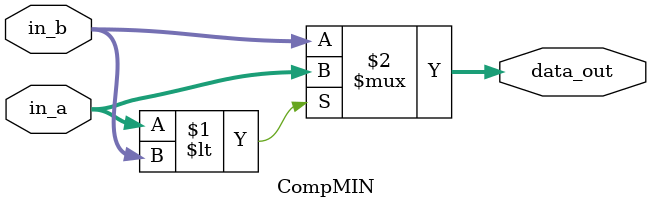
<source format=v>
module CompMIN #(
        parameter    INPUT_WIDTH  = 8,
        parameter    OUTPUT_WIDTH = 8
    ) (
        input  [INPUT_WIDTH - 1 : 0]    in_a,in_b,
        output [OUTPUT_WIDTH - 1 : 0]   data_out
    );

    assign data_out = in_a < in_b ? in_a : in_b;


endmodule  //module_name



</source>
